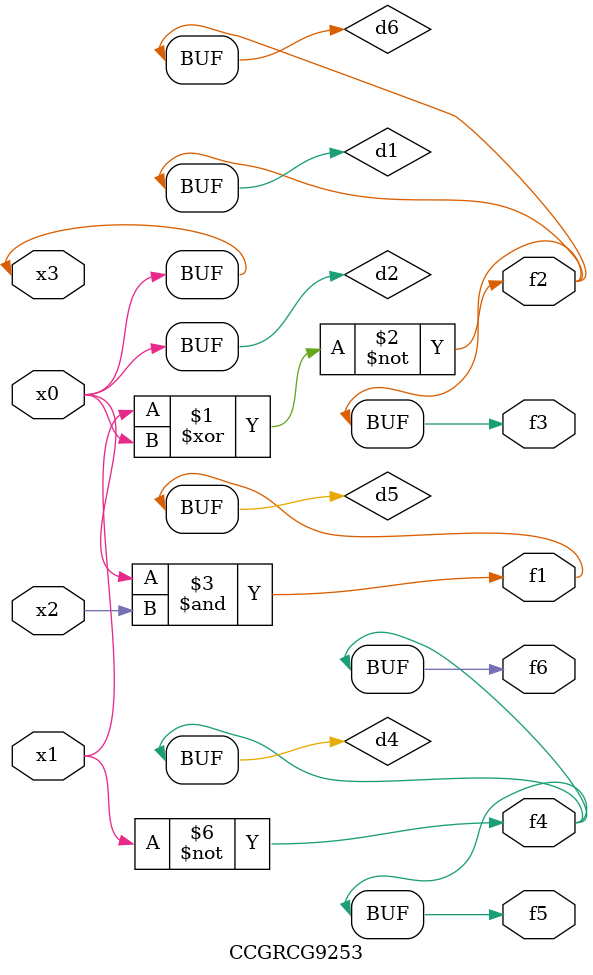
<source format=v>
module CCGRCG9253(
	input x0, x1, x2, x3,
	output f1, f2, f3, f4, f5, f6
);

	wire d1, d2, d3, d4, d5, d6;

	xnor (d1, x1, x3);
	buf (d2, x0, x3);
	nand (d3, x0, x2);
	not (d4, x1);
	nand (d5, d3);
	or (d6, d1);
	assign f1 = d5;
	assign f2 = d6;
	assign f3 = d6;
	assign f4 = d4;
	assign f5 = d4;
	assign f6 = d4;
endmodule

</source>
